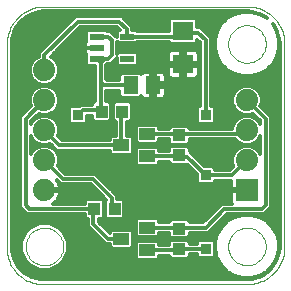
<source format=gtl>
G75*
G70*
%OFA0B0*%
%FSLAX24Y24*%
%IPPOS*%
%LPD*%
%AMOC8*
5,1,8,0,0,1.08239X$1,22.5*
%
%ADD10C,0.0000*%
%ADD11C,0.0740*%
%ADD12R,0.0740X0.0740*%
%ADD13R,0.0472X0.0217*%
%ADD14R,0.0709X0.0630*%
%ADD15R,0.0394X0.0433*%
%ADD16R,0.0433X0.0394*%
%ADD17R,0.0551X0.0394*%
%ADD18R,0.0512X0.0591*%
%ADD19C,0.0120*%
%ADD20R,0.0356X0.0356*%
D10*
X000411Y001660D02*
X000409Y001594D01*
X000411Y001528D01*
X000417Y001462D01*
X000426Y001396D01*
X000439Y001331D01*
X000456Y001266D01*
X000476Y001203D01*
X000500Y001141D01*
X000527Y001081D01*
X000558Y001022D01*
X000592Y000964D01*
X000629Y000909D01*
X000669Y000856D01*
X000712Y000806D01*
X000757Y000757D01*
X000806Y000712D01*
X000856Y000669D01*
X000909Y000629D01*
X000964Y000592D01*
X001022Y000558D01*
X001081Y000527D01*
X001141Y000500D01*
X001203Y000476D01*
X001266Y000456D01*
X001331Y000439D01*
X001396Y000426D01*
X001462Y000417D01*
X001528Y000411D01*
X001594Y000409D01*
X001660Y000411D01*
X001660Y000410D02*
X008410Y000410D01*
X008478Y000412D01*
X008545Y000417D01*
X008612Y000426D01*
X008679Y000439D01*
X008744Y000456D01*
X008809Y000475D01*
X008873Y000499D01*
X008935Y000526D01*
X008996Y000556D01*
X009054Y000589D01*
X009111Y000625D01*
X009166Y000665D01*
X009219Y000707D01*
X009270Y000753D01*
X009317Y000800D01*
X009363Y000851D01*
X009405Y000904D01*
X009445Y000959D01*
X009481Y001016D01*
X009514Y001074D01*
X009544Y001135D01*
X009571Y001197D01*
X009595Y001261D01*
X009614Y001326D01*
X009631Y001391D01*
X009644Y001458D01*
X009653Y001525D01*
X009658Y001592D01*
X009660Y001660D01*
X009660Y008410D01*
X009658Y008478D01*
X009653Y008545D01*
X009644Y008612D01*
X009631Y008679D01*
X009614Y008744D01*
X009595Y008809D01*
X009571Y008873D01*
X009544Y008935D01*
X009514Y008996D01*
X009481Y009054D01*
X009445Y009111D01*
X009405Y009166D01*
X009363Y009219D01*
X009317Y009270D01*
X009270Y009317D01*
X009219Y009363D01*
X009166Y009405D01*
X009111Y009445D01*
X009054Y009481D01*
X008996Y009514D01*
X008935Y009544D01*
X008873Y009571D01*
X008809Y009595D01*
X008744Y009614D01*
X008679Y009631D01*
X008612Y009644D01*
X008545Y009653D01*
X008478Y009658D01*
X008410Y009660D01*
X001660Y009660D01*
X001592Y009658D01*
X001525Y009653D01*
X001458Y009644D01*
X001391Y009631D01*
X001326Y009614D01*
X001261Y009595D01*
X001197Y009571D01*
X001135Y009544D01*
X001074Y009514D01*
X001016Y009481D01*
X000959Y009445D01*
X000904Y009405D01*
X000851Y009363D01*
X000800Y009317D01*
X000753Y009270D01*
X000707Y009219D01*
X000665Y009166D01*
X000625Y009111D01*
X000589Y009054D01*
X000556Y008996D01*
X000526Y008935D01*
X000499Y008873D01*
X000475Y008809D01*
X000456Y008744D01*
X000439Y008679D01*
X000426Y008612D01*
X000417Y008545D01*
X000412Y008478D01*
X000410Y008410D01*
X000410Y001660D01*
X001035Y001660D02*
X001037Y001710D01*
X001043Y001759D01*
X001053Y001808D01*
X001066Y001855D01*
X001084Y001902D01*
X001105Y001947D01*
X001129Y001990D01*
X001157Y002031D01*
X001188Y002070D01*
X001222Y002106D01*
X001259Y002140D01*
X001299Y002170D01*
X001340Y002197D01*
X001384Y002221D01*
X001429Y002241D01*
X001476Y002257D01*
X001524Y002270D01*
X001573Y002279D01*
X001623Y002284D01*
X001672Y002285D01*
X001722Y002282D01*
X001771Y002275D01*
X001820Y002264D01*
X001867Y002250D01*
X001913Y002231D01*
X001958Y002209D01*
X002001Y002184D01*
X002041Y002155D01*
X002079Y002123D01*
X002115Y002089D01*
X002148Y002051D01*
X002177Y002011D01*
X002203Y001969D01*
X002226Y001925D01*
X002245Y001879D01*
X002261Y001832D01*
X002273Y001783D01*
X002281Y001734D01*
X002285Y001685D01*
X002285Y001635D01*
X002281Y001586D01*
X002273Y001537D01*
X002261Y001488D01*
X002245Y001441D01*
X002226Y001395D01*
X002203Y001351D01*
X002177Y001309D01*
X002148Y001269D01*
X002115Y001231D01*
X002079Y001197D01*
X002041Y001165D01*
X002001Y001136D01*
X001958Y001111D01*
X001913Y001089D01*
X001867Y001070D01*
X001820Y001056D01*
X001771Y001045D01*
X001722Y001038D01*
X001672Y001035D01*
X001623Y001036D01*
X001573Y001041D01*
X001524Y001050D01*
X001476Y001063D01*
X001429Y001079D01*
X001384Y001099D01*
X001340Y001123D01*
X001299Y001150D01*
X001259Y001180D01*
X001222Y001214D01*
X001188Y001250D01*
X001157Y001289D01*
X001129Y001330D01*
X001105Y001373D01*
X001084Y001418D01*
X001066Y001465D01*
X001053Y001512D01*
X001043Y001561D01*
X001037Y001610D01*
X001035Y001660D01*
X007785Y001660D02*
X007787Y001710D01*
X007793Y001759D01*
X007803Y001808D01*
X007816Y001855D01*
X007834Y001902D01*
X007855Y001947D01*
X007879Y001990D01*
X007907Y002031D01*
X007938Y002070D01*
X007972Y002106D01*
X008009Y002140D01*
X008049Y002170D01*
X008090Y002197D01*
X008134Y002221D01*
X008179Y002241D01*
X008226Y002257D01*
X008274Y002270D01*
X008323Y002279D01*
X008373Y002284D01*
X008422Y002285D01*
X008472Y002282D01*
X008521Y002275D01*
X008570Y002264D01*
X008617Y002250D01*
X008663Y002231D01*
X008708Y002209D01*
X008751Y002184D01*
X008791Y002155D01*
X008829Y002123D01*
X008865Y002089D01*
X008898Y002051D01*
X008927Y002011D01*
X008953Y001969D01*
X008976Y001925D01*
X008995Y001879D01*
X009011Y001832D01*
X009023Y001783D01*
X009031Y001734D01*
X009035Y001685D01*
X009035Y001635D01*
X009031Y001586D01*
X009023Y001537D01*
X009011Y001488D01*
X008995Y001441D01*
X008976Y001395D01*
X008953Y001351D01*
X008927Y001309D01*
X008898Y001269D01*
X008865Y001231D01*
X008829Y001197D01*
X008791Y001165D01*
X008751Y001136D01*
X008708Y001111D01*
X008663Y001089D01*
X008617Y001070D01*
X008570Y001056D01*
X008521Y001045D01*
X008472Y001038D01*
X008422Y001035D01*
X008373Y001036D01*
X008323Y001041D01*
X008274Y001050D01*
X008226Y001063D01*
X008179Y001079D01*
X008134Y001099D01*
X008090Y001123D01*
X008049Y001150D01*
X008009Y001180D01*
X007972Y001214D01*
X007938Y001250D01*
X007907Y001289D01*
X007879Y001330D01*
X007855Y001373D01*
X007834Y001418D01*
X007816Y001465D01*
X007803Y001512D01*
X007793Y001561D01*
X007787Y001610D01*
X007785Y001660D01*
X007785Y008410D02*
X007787Y008460D01*
X007793Y008509D01*
X007803Y008558D01*
X007816Y008605D01*
X007834Y008652D01*
X007855Y008697D01*
X007879Y008740D01*
X007907Y008781D01*
X007938Y008820D01*
X007972Y008856D01*
X008009Y008890D01*
X008049Y008920D01*
X008090Y008947D01*
X008134Y008971D01*
X008179Y008991D01*
X008226Y009007D01*
X008274Y009020D01*
X008323Y009029D01*
X008373Y009034D01*
X008422Y009035D01*
X008472Y009032D01*
X008521Y009025D01*
X008570Y009014D01*
X008617Y009000D01*
X008663Y008981D01*
X008708Y008959D01*
X008751Y008934D01*
X008791Y008905D01*
X008829Y008873D01*
X008865Y008839D01*
X008898Y008801D01*
X008927Y008761D01*
X008953Y008719D01*
X008976Y008675D01*
X008995Y008629D01*
X009011Y008582D01*
X009023Y008533D01*
X009031Y008484D01*
X009035Y008435D01*
X009035Y008385D01*
X009031Y008336D01*
X009023Y008287D01*
X009011Y008238D01*
X008995Y008191D01*
X008976Y008145D01*
X008953Y008101D01*
X008927Y008059D01*
X008898Y008019D01*
X008865Y007981D01*
X008829Y007947D01*
X008791Y007915D01*
X008751Y007886D01*
X008708Y007861D01*
X008663Y007839D01*
X008617Y007820D01*
X008570Y007806D01*
X008521Y007795D01*
X008472Y007788D01*
X008422Y007785D01*
X008373Y007786D01*
X008323Y007791D01*
X008274Y007800D01*
X008226Y007813D01*
X008179Y007829D01*
X008134Y007849D01*
X008090Y007873D01*
X008049Y007900D01*
X008009Y007930D01*
X007972Y007964D01*
X007938Y008000D01*
X007907Y008039D01*
X007879Y008080D01*
X007855Y008123D01*
X007834Y008168D01*
X007816Y008215D01*
X007803Y008262D01*
X007793Y008311D01*
X007787Y008360D01*
X007785Y008410D01*
D11*
X008410Y006535D03*
X008410Y005535D03*
X008410Y004535D03*
X001660Y004535D03*
X001660Y005535D03*
X001660Y006535D03*
X001660Y007535D03*
X001660Y003535D03*
D12*
X008410Y003535D03*
D13*
X004422Y007911D03*
X004422Y008659D03*
X003398Y008659D03*
X003398Y008285D03*
X003398Y007911D03*
D14*
X006285Y007734D03*
X006285Y008836D03*
D15*
X004245Y006160D03*
X003575Y006160D03*
X003325Y002910D03*
X003995Y002910D03*
D16*
X006160Y002245D03*
X006160Y001575D03*
X006160Y004700D03*
X006160Y005370D03*
D17*
X005093Y005409D03*
X005093Y004661D03*
X004227Y005035D03*
X005093Y002284D03*
X005093Y001536D03*
X004227Y001910D03*
D18*
X004536Y007035D03*
X005284Y007035D03*
D19*
X001482Y000884D02*
X000870Y000884D01*
X000776Y000978D02*
X000637Y001229D01*
X000572Y001508D01*
X000570Y001639D01*
X000570Y001656D01*
X000573Y001718D01*
X000570Y001721D01*
X000570Y008410D01*
X000583Y008581D01*
X000689Y008905D01*
X000889Y009181D01*
X001165Y009381D01*
X001489Y009487D01*
X001660Y009500D01*
X008410Y009500D01*
X008581Y009487D01*
X008905Y009381D01*
X009065Y009265D01*
X008822Y009405D01*
X008551Y009478D01*
X008269Y009478D01*
X007998Y009405D01*
X007754Y009264D01*
X007556Y009066D01*
X007415Y008822D01*
X007342Y008551D01*
X007342Y008269D01*
X007415Y007998D01*
X007556Y007754D01*
X007754Y007556D01*
X007998Y007415D01*
X008269Y007342D01*
X008551Y007342D01*
X008822Y007415D01*
X009066Y007556D01*
X009264Y007754D01*
X009405Y007998D01*
X009478Y008269D01*
X009478Y008551D01*
X009405Y008822D01*
X009265Y009065D01*
X009381Y008905D01*
X009487Y008581D01*
X009500Y008410D01*
X009500Y001660D01*
X009487Y001489D01*
X009381Y001165D01*
X009181Y000889D01*
X008905Y000689D01*
X008581Y000583D01*
X008410Y000570D01*
X001721Y000570D01*
X001718Y000573D01*
X001656Y000570D01*
X001639Y000570D01*
X001508Y000572D01*
X001229Y000637D01*
X000978Y000776D01*
X000776Y000978D01*
X000762Y001003D02*
X001207Y001003D01*
X001215Y000995D02*
X001504Y000875D01*
X001816Y000875D01*
X002105Y000995D01*
X002325Y001215D01*
X002445Y001504D01*
X002445Y001816D01*
X002325Y002105D01*
X002105Y002325D01*
X001816Y002445D01*
X001504Y002445D01*
X001215Y002325D01*
X000995Y002105D01*
X000875Y001816D01*
X000875Y001504D01*
X000995Y001215D01*
X001215Y000995D01*
X001089Y001121D02*
X000696Y001121D01*
X000634Y001240D02*
X000984Y001240D01*
X000935Y001358D02*
X000607Y001358D01*
X000580Y001477D02*
X000886Y001477D01*
X000875Y001595D02*
X000571Y001595D01*
X000573Y001714D02*
X000875Y001714D01*
X000882Y001832D02*
X000570Y001832D01*
X000570Y001951D02*
X000931Y001951D01*
X000980Y002069D02*
X000570Y002069D01*
X000570Y002188D02*
X001077Y002188D01*
X001196Y002306D02*
X000570Y002306D01*
X000570Y002425D02*
X001454Y002425D01*
X001866Y002425D02*
X003105Y002425D01*
X003105Y002335D02*
X003210Y002230D01*
X003710Y001730D01*
X003831Y001730D01*
X003831Y001663D01*
X003902Y001593D01*
X004552Y001593D01*
X004623Y001663D01*
X004623Y002157D01*
X004552Y002227D01*
X003902Y002227D01*
X003831Y002157D01*
X003831Y002118D01*
X003465Y002485D01*
X003465Y002573D01*
X003572Y002573D01*
X003642Y002644D01*
X003642Y003176D01*
X003572Y003247D01*
X003079Y003247D01*
X003009Y003176D01*
X003009Y003090D01*
X001949Y003090D01*
X002005Y003131D01*
X002064Y003190D01*
X002113Y003257D01*
X002151Y003332D01*
X002177Y003411D01*
X002190Y003493D01*
X002190Y003495D01*
X001700Y003495D01*
X001700Y003575D01*
X002190Y003575D01*
X002190Y003577D01*
X002177Y003659D01*
X002151Y003738D01*
X002113Y003813D01*
X002075Y003865D01*
X002105Y003835D01*
X002210Y003730D01*
X003210Y003730D01*
X003721Y003219D01*
X003678Y003176D01*
X003678Y002644D01*
X003748Y002573D01*
X004241Y002573D01*
X004311Y002644D01*
X004311Y003176D01*
X004241Y003247D01*
X004090Y003247D01*
X004090Y003360D01*
X003985Y003465D01*
X003360Y004090D01*
X002360Y004090D01*
X002110Y004340D01*
X002150Y004438D01*
X002150Y004632D01*
X002075Y004813D01*
X001938Y004950D01*
X001757Y005025D01*
X001563Y005025D01*
X001382Y004950D01*
X001245Y004813D01*
X001215Y004741D01*
X001215Y005329D01*
X001245Y005257D01*
X001382Y005120D01*
X001563Y005045D01*
X001757Y005045D01*
X001855Y005085D01*
X001980Y004960D01*
X002085Y004855D01*
X003831Y004855D01*
X003831Y004788D01*
X003902Y004718D01*
X004552Y004718D01*
X004623Y004788D01*
X004623Y005282D01*
X004552Y005352D01*
X004407Y005352D01*
X004407Y005823D01*
X004491Y005823D01*
X004561Y005894D01*
X004561Y006426D01*
X004491Y006497D01*
X003998Y006497D01*
X003928Y006426D01*
X003928Y005894D01*
X003998Y005823D01*
X004047Y005823D01*
X004047Y005352D01*
X003902Y005352D01*
X003831Y005282D01*
X003831Y005215D01*
X002235Y005215D01*
X002110Y005340D01*
X002150Y005438D01*
X002150Y005632D01*
X002075Y005813D01*
X001938Y005950D01*
X001757Y006025D01*
X001563Y006025D01*
X001382Y005950D01*
X001245Y005813D01*
X001215Y005741D01*
X001215Y005835D01*
X001465Y006085D01*
X001563Y006045D01*
X001757Y006045D01*
X001938Y006120D01*
X002075Y006257D01*
X002150Y006438D01*
X002150Y006632D01*
X002075Y006813D01*
X001938Y006950D01*
X001757Y007025D01*
X001563Y007025D01*
X001382Y006950D01*
X001245Y006813D01*
X001170Y006632D01*
X001170Y006438D01*
X001210Y006340D01*
X000960Y006090D01*
X000855Y005985D01*
X000855Y002960D01*
X000980Y002835D01*
X001085Y002730D01*
X003009Y002730D01*
X003009Y002644D01*
X003079Y002573D01*
X003105Y002573D01*
X003105Y002335D01*
X003134Y002306D02*
X002124Y002306D01*
X002243Y002188D02*
X003253Y002188D01*
X003371Y002069D02*
X002340Y002069D01*
X002389Y001951D02*
X003490Y001951D01*
X003608Y001832D02*
X002438Y001832D01*
X002445Y001714D02*
X003831Y001714D01*
X003785Y001910D02*
X003285Y002410D01*
X003285Y002870D01*
X003325Y002910D01*
X001160Y002910D01*
X001035Y003035D01*
X001035Y005910D01*
X001660Y006535D01*
X002108Y006335D02*
X002830Y006335D01*
X002829Y006333D02*
X002557Y006333D01*
X002487Y006263D01*
X002487Y005807D01*
X002557Y005737D01*
X003013Y005737D01*
X003083Y005807D01*
X003083Y006020D01*
X003259Y006020D01*
X003259Y005894D01*
X003329Y005823D01*
X003822Y005823D01*
X003892Y005894D01*
X003892Y006426D01*
X003822Y006497D01*
X003715Y006497D01*
X003715Y006855D01*
X004160Y006855D01*
X004160Y006690D01*
X004230Y006620D01*
X004842Y006620D01*
X004887Y006665D01*
X004900Y006641D01*
X004930Y006612D01*
X004966Y006591D01*
X005007Y006580D01*
X005224Y006580D01*
X005224Y006975D01*
X005344Y006975D01*
X005344Y006580D01*
X005561Y006580D01*
X005602Y006591D01*
X005638Y006612D01*
X005668Y006641D01*
X005689Y006678D01*
X005700Y006719D01*
X005700Y006975D01*
X005344Y006975D01*
X005344Y007095D01*
X005224Y007095D01*
X005224Y007490D01*
X005007Y007490D01*
X004966Y007479D01*
X004930Y007458D01*
X004900Y007429D01*
X004887Y007405D01*
X004842Y007450D01*
X004230Y007450D01*
X004160Y007380D01*
X004160Y007215D01*
X003735Y007215D01*
X003715Y007235D01*
X003715Y007710D01*
X003736Y007731D01*
X003861Y007731D01*
X003985Y007855D01*
X004066Y007936D01*
X004066Y007753D01*
X004136Y007683D01*
X004708Y007683D01*
X004778Y007753D01*
X004778Y008069D01*
X004708Y008139D01*
X004136Y008139D01*
X004090Y008093D01*
X004090Y008477D01*
X004136Y008431D01*
X004708Y008431D01*
X004756Y008479D01*
X005811Y008479D01*
X005811Y008472D01*
X005881Y008401D01*
X006689Y008401D01*
X006759Y008472D01*
X006759Y008556D01*
X006855Y008460D01*
X006855Y006333D01*
X006807Y006333D01*
X006737Y006263D01*
X006737Y005807D01*
X006807Y005737D01*
X007263Y005737D01*
X007333Y005807D01*
X007333Y006263D01*
X007263Y006333D01*
X007215Y006333D01*
X007215Y008610D01*
X006965Y008860D01*
X006860Y008965D01*
X006759Y008965D01*
X006759Y009201D01*
X006689Y009271D01*
X005881Y009271D01*
X005811Y009201D01*
X005811Y008839D01*
X004756Y008839D01*
X004708Y008887D01*
X004590Y008887D01*
X004590Y008985D01*
X004485Y009090D01*
X004235Y009340D01*
X002710Y009340D01*
X002605Y009235D01*
X001480Y008110D01*
X001480Y007991D01*
X001382Y007950D01*
X001245Y007813D01*
X001170Y007632D01*
X001170Y007438D01*
X001245Y007257D01*
X001382Y007120D01*
X001563Y007045D01*
X001757Y007045D01*
X001938Y007120D01*
X002075Y007257D01*
X002150Y007438D01*
X002150Y007632D01*
X002075Y007813D01*
X001938Y007950D01*
X001861Y007982D01*
X002860Y008980D01*
X004085Y008980D01*
X004178Y008887D01*
X004136Y008887D01*
X004066Y008817D01*
X004066Y008634D01*
X003985Y008715D01*
X003861Y008839D01*
X003732Y008839D01*
X003684Y008887D01*
X003112Y008887D01*
X003042Y008817D01*
X003042Y008501D01*
X003043Y008500D01*
X003034Y008492D01*
X003013Y008455D01*
X003002Y008414D01*
X003002Y008285D01*
X003002Y008156D01*
X003013Y008115D01*
X003034Y008078D01*
X003043Y008070D01*
X003042Y008069D01*
X003042Y007753D01*
X003112Y007683D01*
X003355Y007683D01*
X003355Y006497D01*
X003329Y006497D01*
X003259Y006426D01*
X003259Y006380D01*
X002876Y006380D01*
X002829Y006333D01*
X002950Y006200D02*
X002785Y006035D01*
X002950Y006200D02*
X003535Y006200D01*
X003575Y006160D01*
X003535Y006200D02*
X003535Y007160D01*
X003660Y007035D01*
X004536Y007035D01*
X004160Y006809D02*
X003715Y006809D01*
X003715Y006691D02*
X004160Y006691D01*
X003955Y006454D02*
X003865Y006454D01*
X003892Y006335D02*
X003928Y006335D01*
X003928Y006217D02*
X003892Y006217D01*
X003892Y006098D02*
X003928Y006098D01*
X003928Y005980D02*
X003892Y005980D01*
X003859Y005861D02*
X003961Y005861D01*
X004047Y005743D02*
X003018Y005743D01*
X003083Y005861D02*
X003291Y005861D01*
X003259Y005980D02*
X003083Y005980D01*
X003286Y006454D02*
X002150Y006454D01*
X002150Y006572D02*
X003355Y006572D01*
X003355Y006691D02*
X002126Y006691D01*
X002077Y006809D02*
X003355Y006809D01*
X003355Y006928D02*
X001960Y006928D01*
X001760Y007046D02*
X003355Y007046D01*
X003355Y007165D02*
X001982Y007165D01*
X002086Y007283D02*
X003355Y007283D01*
X003355Y007402D02*
X002135Y007402D01*
X002150Y007520D02*
X003355Y007520D01*
X003355Y007639D02*
X002147Y007639D01*
X002098Y007757D02*
X003042Y007757D01*
X003042Y007876D02*
X002012Y007876D01*
X001874Y007994D02*
X003042Y007994D01*
X003014Y008113D02*
X001992Y008113D01*
X002111Y008231D02*
X003002Y008231D01*
X003002Y008285D02*
X003398Y008285D01*
X003398Y008285D01*
X003002Y008285D01*
X003002Y008350D02*
X002229Y008350D01*
X002348Y008468D02*
X003020Y008468D01*
X003042Y008587D02*
X002466Y008587D01*
X002585Y008705D02*
X003042Y008705D01*
X003048Y008824D02*
X002703Y008824D01*
X002822Y008942D02*
X004123Y008942D01*
X004072Y008824D02*
X003876Y008824D01*
X003995Y008705D02*
X004066Y008705D01*
X003910Y008535D02*
X003910Y008035D01*
X003786Y007911D01*
X003660Y007911D01*
X003575Y007826D01*
X003575Y007825D01*
X003535Y007774D02*
X003398Y007911D01*
X003660Y007911D01*
X003535Y007774D02*
X003535Y007160D01*
X003715Y007283D02*
X004160Y007283D01*
X004182Y007402D02*
X003715Y007402D01*
X003715Y007520D02*
X005771Y007520D01*
X005771Y007402D02*
X005684Y007402D01*
X005689Y007392D02*
X005668Y007429D01*
X005638Y007458D01*
X005602Y007479D01*
X005561Y007490D01*
X005344Y007490D01*
X005344Y007095D01*
X005700Y007095D01*
X005700Y007351D01*
X005689Y007392D01*
X005771Y007398D02*
X005782Y007357D01*
X005803Y007321D01*
X005832Y007291D01*
X005869Y007270D01*
X005910Y007259D01*
X006225Y007259D01*
X006225Y007674D01*
X005771Y007674D01*
X005771Y007398D01*
X005700Y007283D02*
X005846Y007283D01*
X005700Y007165D02*
X006855Y007165D01*
X006855Y007283D02*
X006724Y007283D01*
X006738Y007291D02*
X006767Y007321D01*
X006788Y007357D01*
X006799Y007398D01*
X006799Y007674D01*
X006345Y007674D01*
X006345Y007794D01*
X006225Y007794D01*
X006225Y008209D01*
X005910Y008209D01*
X005869Y008198D01*
X005832Y008177D01*
X005803Y008147D01*
X005782Y008111D01*
X005771Y008070D01*
X005771Y007794D01*
X006225Y007794D01*
X006225Y007674D01*
X006345Y007674D01*
X006345Y007259D01*
X006660Y007259D01*
X006701Y007270D01*
X006738Y007291D01*
X006799Y007402D02*
X006855Y007402D01*
X006855Y007520D02*
X006799Y007520D01*
X006799Y007639D02*
X006855Y007639D01*
X006855Y007757D02*
X006345Y007757D01*
X006345Y007794D02*
X006799Y007794D01*
X006799Y008070D01*
X006788Y008111D01*
X006767Y008147D01*
X006738Y008177D01*
X006701Y008198D01*
X006660Y008209D01*
X006345Y008209D01*
X006345Y007794D01*
X006345Y007876D02*
X006225Y007876D01*
X006225Y007994D02*
X006345Y007994D01*
X006345Y008113D02*
X006225Y008113D01*
X006225Y007757D02*
X004778Y007757D01*
X004778Y007876D02*
X005771Y007876D01*
X005771Y007994D02*
X004778Y007994D01*
X004734Y008113D02*
X005783Y008113D01*
X005814Y008468D02*
X004745Y008468D01*
X004422Y008659D02*
X004410Y008671D01*
X004410Y008910D01*
X004160Y009160D01*
X002785Y009160D01*
X001660Y008035D01*
X001660Y007535D01*
X001338Y007165D02*
X000570Y007165D01*
X000570Y007283D02*
X001234Y007283D01*
X001185Y007402D02*
X000570Y007402D01*
X000570Y007520D02*
X001170Y007520D01*
X001173Y007639D02*
X000570Y007639D01*
X000570Y007757D02*
X001222Y007757D01*
X001308Y007876D02*
X000570Y007876D01*
X000570Y007994D02*
X001480Y007994D01*
X001483Y008113D02*
X000570Y008113D01*
X000570Y008231D02*
X001601Y008231D01*
X001720Y008350D02*
X000570Y008350D01*
X000575Y008468D02*
X001838Y008468D01*
X001957Y008587D02*
X000585Y008587D01*
X000624Y008705D02*
X002075Y008705D01*
X002194Y008824D02*
X000662Y008824D01*
X000716Y008942D02*
X002312Y008942D01*
X002431Y009061D02*
X000802Y009061D01*
X000888Y009179D02*
X002549Y009179D01*
X002668Y009298D02*
X001050Y009298D01*
X001272Y009416D02*
X008039Y009416D01*
X007812Y009298D02*
X004277Y009298D01*
X004396Y009179D02*
X005811Y009179D01*
X005811Y009061D02*
X004514Y009061D01*
X004590Y008942D02*
X005811Y008942D01*
X006121Y008659D02*
X006285Y008836D01*
X006461Y008785D01*
X006785Y008785D01*
X007035Y008535D01*
X007035Y006035D01*
X006802Y005743D02*
X004407Y005743D01*
X004529Y005861D02*
X006737Y005861D01*
X006737Y005980D02*
X004561Y005980D01*
X004561Y006098D02*
X006737Y006098D01*
X006737Y006217D02*
X004561Y006217D01*
X004561Y006335D02*
X006855Y006335D01*
X006855Y006454D02*
X004534Y006454D01*
X004245Y006160D02*
X004227Y006142D01*
X004227Y005035D01*
X002160Y005035D01*
X001660Y005535D01*
X001352Y005150D02*
X001215Y005150D01*
X001215Y005269D02*
X001240Y005269D01*
X001215Y005032D02*
X001909Y005032D01*
X001980Y004960D02*
X001980Y004960D01*
X001975Y004913D02*
X002027Y004913D01*
X002083Y004795D02*
X003831Y004795D01*
X003831Y005269D02*
X002181Y005269D01*
X002129Y005387D02*
X004047Y005387D01*
X004047Y005506D02*
X002150Y005506D01*
X002150Y005624D02*
X004047Y005624D01*
X004407Y005624D02*
X004697Y005624D01*
X004697Y005656D02*
X004697Y005162D01*
X004768Y005092D01*
X005418Y005092D01*
X005489Y005162D01*
X005489Y005229D01*
X005823Y005229D01*
X005823Y005123D01*
X005894Y005053D01*
X006426Y005053D01*
X006497Y005123D01*
X006497Y005230D01*
X008022Y005230D01*
X008132Y005120D01*
X008313Y005045D01*
X008507Y005045D01*
X008688Y005120D01*
X008825Y005257D01*
X008855Y005329D01*
X008855Y004741D01*
X008825Y004813D01*
X008688Y004950D01*
X008507Y005025D01*
X008313Y005025D01*
X008132Y004950D01*
X007995Y004813D01*
X007920Y004632D01*
X007920Y004438D01*
X007960Y004340D01*
X007835Y004215D01*
X007333Y004215D01*
X007333Y004263D01*
X007263Y004333D01*
X006991Y004333D01*
X006590Y004735D01*
X006497Y004828D01*
X006497Y004947D01*
X006426Y005017D01*
X005894Y005017D01*
X005823Y004947D01*
X005823Y004841D01*
X005489Y004841D01*
X005489Y004908D01*
X005418Y004978D01*
X004768Y004978D01*
X004697Y004908D01*
X004697Y004414D01*
X004768Y004344D01*
X005418Y004344D01*
X005489Y004414D01*
X005489Y004481D01*
X005823Y004481D01*
X005823Y004454D01*
X005894Y004384D01*
X006426Y004384D01*
X006429Y004386D01*
X006737Y004079D01*
X006737Y003807D01*
X006807Y003737D01*
X007263Y003737D01*
X007333Y003807D01*
X007333Y003855D01*
X007880Y003855D01*
X007880Y003575D01*
X008370Y003575D01*
X008370Y003495D01*
X007880Y003495D01*
X007880Y003144D01*
X007891Y003103D01*
X007899Y003090D01*
X007585Y003090D01*
X006960Y002465D01*
X006497Y002465D01*
X006497Y002491D01*
X006426Y002561D01*
X005894Y002561D01*
X005823Y002491D01*
X005823Y002464D01*
X005489Y002464D01*
X005489Y002531D01*
X005418Y002601D01*
X004768Y002601D01*
X004697Y002531D01*
X004697Y002037D01*
X004768Y001967D01*
X005418Y001967D01*
X005489Y002037D01*
X005489Y002104D01*
X005823Y002104D01*
X005823Y001998D01*
X005894Y001928D01*
X006426Y001928D01*
X006497Y001998D01*
X006497Y002105D01*
X007110Y002105D01*
X007215Y002210D01*
X007735Y002730D01*
X008985Y002730D01*
X009090Y002835D01*
X009215Y002960D01*
X009215Y005985D01*
X009110Y006090D01*
X008860Y006340D01*
X008900Y006438D01*
X008900Y006632D01*
X008825Y006813D01*
X008688Y006950D01*
X008507Y007025D01*
X008313Y007025D01*
X008132Y006950D01*
X007995Y006813D01*
X007920Y006632D01*
X007920Y006438D01*
X007995Y006257D01*
X008132Y006120D01*
X008313Y006045D01*
X008507Y006045D01*
X008605Y006085D01*
X008855Y005835D01*
X008855Y005741D01*
X008825Y005813D01*
X008688Y005950D01*
X008507Y006025D01*
X008313Y006025D01*
X008132Y005950D01*
X007995Y005813D01*
X007920Y005632D01*
X007920Y005590D01*
X006497Y005590D01*
X006497Y005616D01*
X006426Y005686D01*
X005894Y005686D01*
X005823Y005616D01*
X005823Y005589D01*
X005489Y005589D01*
X005489Y005656D01*
X005418Y005726D01*
X004768Y005726D01*
X004697Y005656D01*
X004697Y005506D02*
X004407Y005506D01*
X004407Y005387D02*
X004697Y005387D01*
X004697Y005269D02*
X004623Y005269D01*
X004623Y005150D02*
X004710Y005150D01*
X004623Y005032D02*
X008855Y005032D01*
X008855Y004913D02*
X008725Y004913D01*
X008833Y004795D02*
X008855Y004795D01*
X008855Y005150D02*
X008718Y005150D01*
X008830Y005269D02*
X008855Y005269D01*
X009215Y005269D02*
X009500Y005269D01*
X009500Y005387D02*
X009215Y005387D01*
X009215Y005506D02*
X009500Y005506D01*
X009500Y005624D02*
X009215Y005624D01*
X009215Y005743D02*
X009500Y005743D01*
X009500Y005861D02*
X009215Y005861D01*
X009215Y005980D02*
X009500Y005980D01*
X009500Y006098D02*
X009102Y006098D01*
X008983Y006217D02*
X009500Y006217D01*
X009500Y006335D02*
X008865Y006335D01*
X008900Y006454D02*
X009500Y006454D01*
X009500Y006572D02*
X008900Y006572D01*
X008876Y006691D02*
X009500Y006691D01*
X009500Y006809D02*
X008827Y006809D01*
X008710Y006928D02*
X009500Y006928D01*
X009500Y007046D02*
X007215Y007046D01*
X007215Y006928D02*
X008110Y006928D01*
X007993Y006809D02*
X007215Y006809D01*
X007215Y006691D02*
X007944Y006691D01*
X007920Y006572D02*
X007215Y006572D01*
X007215Y006454D02*
X007920Y006454D01*
X007962Y006335D02*
X007215Y006335D01*
X007333Y006217D02*
X008036Y006217D01*
X008185Y006098D02*
X007333Y006098D01*
X007333Y005980D02*
X008203Y005980D01*
X008043Y005861D02*
X007333Y005861D01*
X007268Y005743D02*
X007966Y005743D01*
X007920Y005624D02*
X006489Y005624D01*
X006200Y005410D02*
X008285Y005410D01*
X008410Y005535D01*
X008102Y005150D02*
X006497Y005150D01*
X006497Y004913D02*
X008095Y004913D01*
X007987Y004795D02*
X006530Y004795D01*
X006410Y004660D02*
X006200Y004660D01*
X006160Y004700D01*
X006121Y004661D01*
X005093Y004661D01*
X004697Y004676D02*
X002132Y004676D01*
X002150Y004558D02*
X004697Y004558D01*
X004697Y004439D02*
X002150Y004439D01*
X002129Y004321D02*
X006495Y004321D01*
X006613Y004202D02*
X002248Y004202D01*
X002285Y003910D02*
X003285Y003910D01*
X003910Y003285D01*
X003910Y002995D01*
X003995Y002910D01*
X004311Y002899D02*
X007394Y002899D01*
X007512Y003017D02*
X004311Y003017D01*
X004311Y003136D02*
X007882Y003136D01*
X007880Y003254D02*
X004090Y003254D01*
X004077Y003373D02*
X007880Y003373D01*
X007880Y003491D02*
X003959Y003491D01*
X003840Y003610D02*
X007880Y003610D01*
X007880Y003728D02*
X003722Y003728D01*
X003603Y003847D02*
X006737Y003847D01*
X006737Y003965D02*
X003485Y003965D01*
X003366Y004084D02*
X006732Y004084D01*
X007035Y004035D02*
X007910Y004035D01*
X008410Y004535D01*
X007920Y004558D02*
X006767Y004558D01*
X006649Y004676D02*
X007938Y004676D01*
X007920Y004439D02*
X006886Y004439D01*
X007275Y004321D02*
X007941Y004321D01*
X007880Y003847D02*
X007333Y003847D01*
X007035Y004035D02*
X006410Y004660D01*
X005838Y004439D02*
X005489Y004439D01*
X005483Y004913D02*
X005823Y004913D01*
X005823Y005150D02*
X005476Y005150D01*
X005093Y005409D02*
X006121Y005409D01*
X006160Y005370D01*
X006200Y005410D01*
X005831Y005624D02*
X005489Y005624D01*
X004703Y004913D02*
X004623Y004913D01*
X004623Y004795D02*
X004697Y004795D01*
X003449Y003491D02*
X002190Y003491D01*
X002185Y003610D02*
X003331Y003610D01*
X003212Y003728D02*
X002155Y003728D01*
X002094Y003847D02*
X002089Y003847D01*
X002285Y003910D02*
X001660Y004535D01*
X001345Y004913D02*
X001215Y004913D01*
X001215Y004795D02*
X001237Y004795D01*
X000855Y004795D02*
X000570Y004795D01*
X000570Y004913D02*
X000855Y004913D01*
X000855Y005032D02*
X000570Y005032D01*
X000570Y005150D02*
X000855Y005150D01*
X000855Y005269D02*
X000570Y005269D01*
X000570Y005387D02*
X000855Y005387D01*
X000855Y005506D02*
X000570Y005506D01*
X000570Y005624D02*
X000855Y005624D01*
X000855Y005743D02*
X000570Y005743D01*
X000570Y005861D02*
X000855Y005861D01*
X000855Y005980D02*
X000570Y005980D01*
X000570Y006098D02*
X000968Y006098D01*
X000960Y006090D02*
X000960Y006090D01*
X001087Y006217D02*
X000570Y006217D01*
X000570Y006335D02*
X001205Y006335D01*
X001170Y006454D02*
X000570Y006454D01*
X000570Y006572D02*
X001170Y006572D01*
X001194Y006691D02*
X000570Y006691D01*
X000570Y006809D02*
X001243Y006809D01*
X001360Y006928D02*
X000570Y006928D01*
X000570Y007046D02*
X001560Y007046D01*
X002034Y006217D02*
X002487Y006217D01*
X002487Y006098D02*
X001885Y006098D01*
X001867Y005980D02*
X002487Y005980D01*
X002487Y005861D02*
X002027Y005861D01*
X002104Y005743D02*
X002552Y005743D01*
X001453Y005980D02*
X001359Y005980D01*
X001293Y005861D02*
X001241Y005861D01*
X001215Y005743D02*
X001216Y005743D01*
X000855Y004676D02*
X000570Y004676D01*
X000570Y004558D02*
X000855Y004558D01*
X000855Y004439D02*
X000570Y004439D01*
X000570Y004321D02*
X000855Y004321D01*
X000855Y004202D02*
X000570Y004202D01*
X000570Y004084D02*
X000855Y004084D01*
X000855Y003965D02*
X000570Y003965D01*
X000570Y003847D02*
X000855Y003847D01*
X000855Y003728D02*
X000570Y003728D01*
X000570Y003610D02*
X000855Y003610D01*
X000855Y003491D02*
X000570Y003491D01*
X000570Y003373D02*
X000855Y003373D01*
X000855Y003254D02*
X000570Y003254D01*
X000570Y003136D02*
X000855Y003136D01*
X000855Y003017D02*
X000570Y003017D01*
X000570Y002899D02*
X000917Y002899D01*
X001035Y002780D02*
X000570Y002780D01*
X000570Y002662D02*
X003009Y002662D01*
X003105Y002543D02*
X000570Y002543D01*
X002010Y003136D02*
X003009Y003136D01*
X003568Y003373D02*
X002164Y003373D01*
X002111Y003254D02*
X003686Y003254D01*
X003678Y003136D02*
X003642Y003136D01*
X003642Y003017D02*
X003678Y003017D01*
X003678Y002899D02*
X003642Y002899D01*
X003642Y002780D02*
X003678Y002780D01*
X003678Y002662D02*
X003642Y002662D01*
X003465Y002543D02*
X004710Y002543D01*
X004697Y002425D02*
X003525Y002425D01*
X003644Y002306D02*
X004697Y002306D01*
X004697Y002188D02*
X004592Y002188D01*
X004623Y002069D02*
X004697Y002069D01*
X004623Y001951D02*
X005871Y001951D01*
X005894Y001892D02*
X005823Y001822D01*
X005823Y001716D01*
X005489Y001716D01*
X005489Y001783D01*
X005418Y001853D01*
X004768Y001853D01*
X004697Y001783D01*
X004697Y001289D01*
X004768Y001219D01*
X005418Y001219D01*
X005489Y001289D01*
X005489Y001356D01*
X005823Y001356D01*
X005823Y001329D01*
X005894Y001259D01*
X006426Y001259D01*
X006497Y001329D01*
X006497Y001395D01*
X006737Y001395D01*
X006737Y001348D01*
X006807Y001277D01*
X007263Y001277D01*
X007333Y001348D01*
X007333Y001803D01*
X007263Y001873D01*
X006807Y001873D01*
X006737Y001803D01*
X006737Y001755D01*
X006497Y001755D01*
X006497Y001822D01*
X006426Y001892D01*
X005894Y001892D01*
X005834Y001832D02*
X005439Y001832D01*
X005489Y002069D02*
X005823Y002069D01*
X006121Y002284D02*
X006160Y002245D01*
X006200Y002285D01*
X007035Y002285D01*
X007660Y002910D01*
X008910Y002910D01*
X009035Y003035D01*
X009035Y005910D01*
X008410Y006535D01*
X008617Y005980D02*
X008711Y005980D01*
X008777Y005861D02*
X008829Y005861D01*
X008854Y005743D02*
X008855Y005743D01*
X009215Y005150D02*
X009500Y005150D01*
X009500Y005032D02*
X009215Y005032D01*
X009215Y004913D02*
X009500Y004913D01*
X009500Y004795D02*
X009215Y004795D01*
X009215Y004676D02*
X009500Y004676D01*
X009500Y004558D02*
X009215Y004558D01*
X009215Y004439D02*
X009500Y004439D01*
X009500Y004321D02*
X009215Y004321D01*
X009215Y004202D02*
X009500Y004202D01*
X009500Y004084D02*
X009215Y004084D01*
X009215Y003965D02*
X009500Y003965D01*
X009500Y003847D02*
X009215Y003847D01*
X009215Y003728D02*
X009500Y003728D01*
X009500Y003610D02*
X009215Y003610D01*
X009215Y003491D02*
X009500Y003491D01*
X009500Y003373D02*
X009215Y003373D01*
X009215Y003254D02*
X009500Y003254D01*
X009500Y003136D02*
X009215Y003136D01*
X009215Y003017D02*
X009500Y003017D01*
X009500Y002899D02*
X009153Y002899D01*
X009035Y002780D02*
X009500Y002780D01*
X009500Y002662D02*
X008768Y002662D01*
X008819Y002648D02*
X008550Y002720D01*
X008270Y002720D01*
X008001Y002648D01*
X007759Y002508D01*
X007562Y002311D01*
X007422Y002069D01*
X006497Y002069D01*
X006449Y001951D02*
X007390Y001951D01*
X007422Y002069D02*
X007350Y001800D01*
X007350Y001520D01*
X007422Y001251D01*
X007562Y001009D01*
X007759Y000812D01*
X008001Y000672D01*
X008270Y000600D01*
X008550Y000600D01*
X008819Y000672D01*
X009061Y000812D01*
X009258Y001009D01*
X009398Y001251D01*
X009470Y001520D01*
X009470Y001800D01*
X009398Y002069D01*
X009500Y002069D01*
X009398Y002069D02*
X009258Y002311D01*
X009061Y002508D01*
X008819Y002648D01*
X009001Y002543D02*
X009500Y002543D01*
X009500Y002425D02*
X009145Y002425D01*
X009261Y002306D02*
X009500Y002306D01*
X009500Y002188D02*
X009329Y002188D01*
X009430Y001951D02*
X009500Y001951D01*
X009500Y001832D02*
X009461Y001832D01*
X009470Y001714D02*
X009500Y001714D01*
X009495Y001595D02*
X009470Y001595D01*
X009458Y001477D02*
X009482Y001477D01*
X009444Y001358D02*
X009426Y001358D01*
X009405Y001240D02*
X009391Y001240D01*
X009349Y001121D02*
X009323Y001121D01*
X009263Y001003D02*
X009252Y001003D01*
X009174Y000884D02*
X009133Y000884D01*
X009010Y000766D02*
X008981Y000766D01*
X008776Y000647D02*
X008725Y000647D01*
X008095Y000647D02*
X001210Y000647D01*
X000996Y000766D02*
X007839Y000766D01*
X007687Y000884D02*
X001838Y000884D01*
X002113Y001003D02*
X007568Y001003D01*
X007497Y001121D02*
X002231Y001121D01*
X002336Y001240D02*
X004747Y001240D01*
X004697Y001358D02*
X002385Y001358D01*
X002434Y001477D02*
X004697Y001477D01*
X004697Y001595D02*
X004554Y001595D01*
X004623Y001714D02*
X004697Y001714D01*
X004747Y001832D02*
X004623Y001832D01*
X004227Y001910D02*
X003785Y001910D01*
X003762Y002188D02*
X003862Y002188D01*
X004311Y002662D02*
X007157Y002662D01*
X007275Y002780D02*
X004311Y002780D01*
X005093Y002284D02*
X006121Y002284D01*
X005875Y002543D02*
X005476Y002543D01*
X006445Y002543D02*
X007038Y002543D01*
X007311Y002306D02*
X007559Y002306D01*
X007491Y002188D02*
X007192Y002188D01*
X007429Y002425D02*
X007675Y002425D01*
X007548Y002543D02*
X007819Y002543D01*
X007666Y002662D02*
X008052Y002662D01*
X007359Y001832D02*
X007304Y001832D01*
X007333Y001714D02*
X007350Y001714D01*
X007350Y001595D02*
X007333Y001595D01*
X007333Y001477D02*
X007362Y001477D01*
X007333Y001358D02*
X007394Y001358D01*
X007429Y001240D02*
X005439Y001240D01*
X005093Y001536D02*
X006121Y001536D01*
X006160Y001575D01*
X007035Y001575D01*
X006737Y001358D02*
X006497Y001358D01*
X006486Y001832D02*
X006766Y001832D01*
X003900Y001595D02*
X002445Y001595D01*
X000978Y000776D02*
X000978Y000776D01*
X003715Y006572D02*
X006855Y006572D01*
X006855Y006691D02*
X005692Y006691D01*
X005700Y006809D02*
X006855Y006809D01*
X006855Y006928D02*
X005700Y006928D01*
X005344Y006928D02*
X005224Y006928D01*
X005224Y006809D02*
X005344Y006809D01*
X005344Y006691D02*
X005224Y006691D01*
X005344Y007046D02*
X006855Y007046D01*
X007215Y007165D02*
X009500Y007165D01*
X009500Y007283D02*
X007215Y007283D01*
X007215Y007402D02*
X008048Y007402D01*
X007816Y007520D02*
X007215Y007520D01*
X007215Y007639D02*
X007671Y007639D01*
X007554Y007757D02*
X007215Y007757D01*
X007215Y007876D02*
X007486Y007876D01*
X007417Y007994D02*
X007215Y007994D01*
X007215Y008113D02*
X007384Y008113D01*
X007353Y008231D02*
X007215Y008231D01*
X007215Y008350D02*
X007342Y008350D01*
X007342Y008468D02*
X007215Y008468D01*
X007215Y008587D02*
X007352Y008587D01*
X007384Y008705D02*
X007120Y008705D01*
X007001Y008824D02*
X007416Y008824D01*
X007484Y008942D02*
X006883Y008942D01*
X006759Y009061D02*
X007553Y009061D01*
X007669Y009179D02*
X006759Y009179D01*
X006450Y008785D02*
X006285Y008836D01*
X006121Y008659D02*
X004422Y008659D01*
X004099Y008468D02*
X004090Y008468D01*
X004090Y008350D02*
X006855Y008350D01*
X006855Y008231D02*
X004090Y008231D01*
X004090Y008113D02*
X004109Y008113D01*
X004066Y007876D02*
X004005Y007876D01*
X004066Y007757D02*
X003887Y007757D01*
X003715Y007639D02*
X005771Y007639D01*
X006225Y007639D02*
X006345Y007639D01*
X006345Y007520D02*
X006225Y007520D01*
X006225Y007402D02*
X006345Y007402D01*
X006345Y007283D02*
X006225Y007283D01*
X006799Y007876D02*
X006855Y007876D01*
X006855Y007994D02*
X006799Y007994D01*
X006787Y008113D02*
X006855Y008113D01*
X006847Y008468D02*
X006756Y008468D01*
X005344Y007402D02*
X005224Y007402D01*
X005224Y007283D02*
X005344Y007283D01*
X005344Y007165D02*
X005224Y007165D01*
X003910Y008535D02*
X003786Y008659D01*
X003398Y008659D01*
X008781Y009416D02*
X008798Y009416D01*
X009008Y009298D02*
X009020Y009298D01*
X009267Y009061D02*
X009268Y009061D01*
X009336Y008942D02*
X009354Y008942D01*
X009404Y008824D02*
X009408Y008824D01*
X009436Y008705D02*
X009446Y008705D01*
X009468Y008587D02*
X009485Y008587D01*
X009478Y008468D02*
X009495Y008468D01*
X009500Y008350D02*
X009478Y008350D01*
X009467Y008231D02*
X009500Y008231D01*
X009500Y008113D02*
X009436Y008113D01*
X009403Y007994D02*
X009500Y007994D01*
X009500Y007876D02*
X009334Y007876D01*
X009266Y007757D02*
X009500Y007757D01*
X009500Y007639D02*
X009149Y007639D01*
X009004Y007520D02*
X009500Y007520D01*
X009500Y007402D02*
X008772Y007402D01*
D20*
X007035Y006035D03*
X006535Y007035D03*
X003785Y004160D03*
X002785Y006035D03*
X002785Y007160D03*
X001410Y008785D03*
X007035Y004035D03*
X006410Y003160D03*
X007035Y001575D03*
X003285Y001535D03*
M02*

</source>
